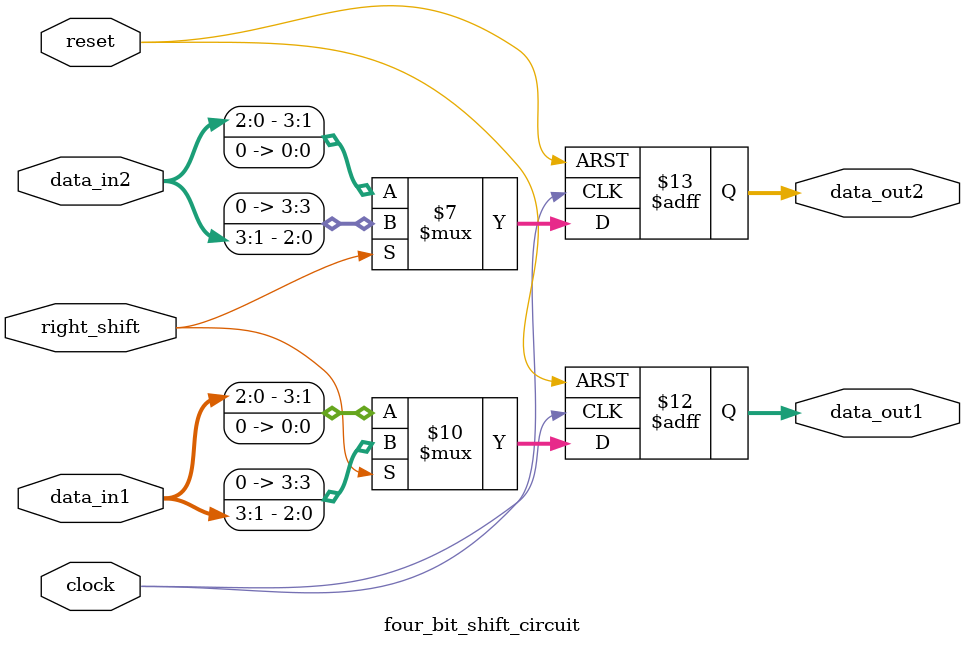
<source format=v>
module four_bit_shift_circuit
(
    input clock,
    input reset,
    input right_shift,
    input [3:0] data_in1, data_in2,
    output reg [3:0] data_out1, data_out2
);

    always @(posedge clock or posedge reset) begin
        if (reset) begin
            data_out1 <= 4'b0000; // reset output1 to 0
            data_out2 <= 4'b0000; // reset output2 to 0
        end 
        else begin 
            if (right_shift) begin
                data_out1 <= data_in1 >> 1; // Shift right
                data_out2 <= data_in2 >> 1; // Shift right
            end
            else begin
                data_out1 <= data_in1 << 1; // Shift left
                data_out2 <= data_in2 << 1; // Shift left
            end
        end
    end

endmodule

</source>
